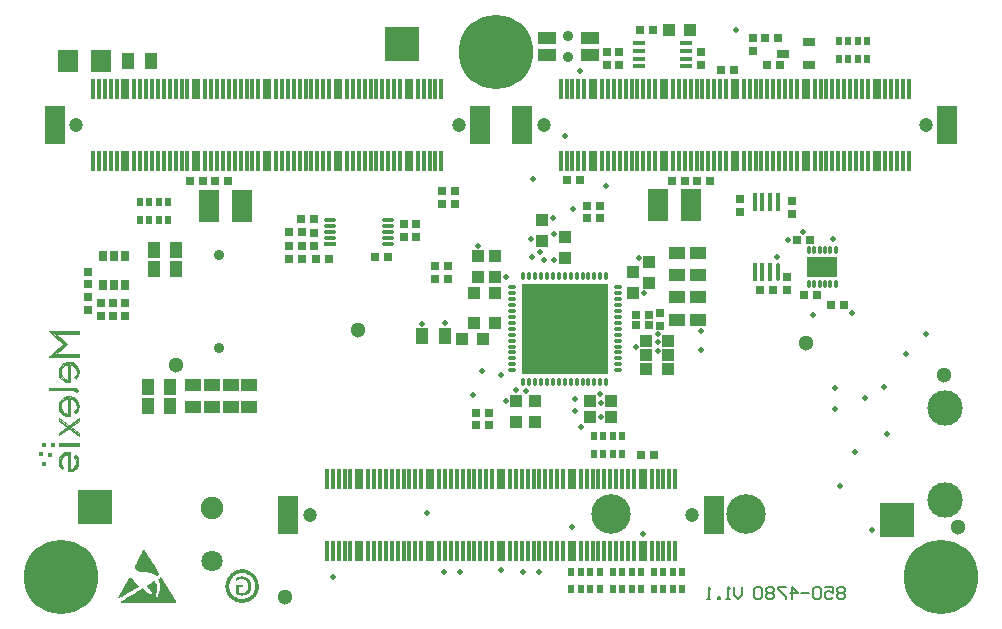
<source format=gbs>
G04 Layer_Color=16711935*
%FSLAX44Y44*%
%MOMM*%
G71*
G01*
G75*
%ADD63C,0.2000*%
%ADD70C,1.2000*%
%ADD76C,1.8000*%
%ADD132R,3.0000X3.0000*%
%ADD134R,1.4000X1.1000*%
%ADD135R,1.1000X1.0000*%
%ADD136R,0.7000X0.7000*%
%ADD137R,1.1000X1.4000*%
%ADD145R,1.7000X1.9000*%
%ADD149R,1.7000X2.8000*%
%ADD150R,0.7000X0.7000*%
%ADD160R,1.0000X1.1000*%
%ADD162R,3.0000X3.0000*%
%ADD182C,1.3000*%
%ADD183C,0.9000*%
%ADD184C,6.3000*%
%ADD185C,3.0000*%
%ADD186C,1.9000*%
%ADD187C,3.3500*%
%ADD188C,0.5000*%
%ADD189C,0.1016*%
%ADD190R,0.3302X0.3302*%
%ADD191R,1.5000X1.1000*%
%ADD192R,0.5500X0.8000*%
%ADD193R,0.8000X1.7000*%
%ADD194R,0.4000X1.7000*%
%ADD195R,1.7000X3.2000*%
%ADD196R,1.0000X0.7500*%
%ADD197O,1.0500X0.4000*%
%ADD198R,1.0500X0.4000*%
%ADD199R,1.1000X0.3500*%
%ADD200O,1.1000X0.3500*%
%ADD201R,0.7000X0.9000*%
%ADD202O,0.3000X0.7000*%
%ADD203R,2.5800X1.6800*%
%ADD204R,0.4000X1.5000*%
%ADD205O,0.4000X1.5000*%
%ADD206O,0.8000X0.3500*%
%ADD207O,0.3500X0.8000*%
%ADD208R,7.3500X7.6000*%
G36*
X87851Y25703D02*
X88434Y24770D01*
X88901Y23953D01*
X89368Y23312D01*
X89776Y22787D01*
X90067Y22379D01*
X90301Y22087D01*
X90417Y21912D01*
X90476Y21854D01*
X93391Y19521D01*
Y18530D01*
X93216Y18413D01*
X92983Y18238D01*
X92633Y18005D01*
X92225Y17772D01*
X91817Y17480D01*
X91292Y17189D01*
X90126Y16547D01*
X88784Y15731D01*
X87326Y14914D01*
X85810Y14098D01*
X84294Y13223D01*
X82778Y12348D01*
X81320Y11590D01*
X79920Y10832D01*
X78753Y10132D01*
X78170Y9840D01*
X77704Y9607D01*
X77296Y9374D01*
X76946Y9141D01*
X76654Y9024D01*
X76421Y8907D01*
X76304Y8791D01*
X76246D01*
X76188Y8907D01*
X76129Y8966D01*
X76013D01*
X85227Y26403D01*
X87851Y25703D01*
D02*
G37*
G36*
X181937Y33343D02*
X182928Y33226D01*
X183920Y32993D01*
X184853Y32759D01*
X185786Y32468D01*
X186602Y32118D01*
X187360Y31710D01*
X188060Y31360D01*
X188702Y30952D01*
X189226Y30543D01*
X189693Y30194D01*
X190101Y29902D01*
X190451Y29669D01*
X190684Y29435D01*
X190801Y29319D01*
X190859Y29260D01*
X191559Y28444D01*
X192201Y27627D01*
X192784Y26811D01*
X193250Y25936D01*
X193659Y25120D01*
X194009Y24245D01*
X194242Y23487D01*
X194475Y22671D01*
X194650Y21971D01*
X194767Y21329D01*
X194883Y20746D01*
X194942Y20221D01*
X195000Y19813D01*
Y19521D01*
Y19288D01*
Y19230D01*
X194942Y18122D01*
X194825Y17072D01*
X194592Y16080D01*
X194359Y15147D01*
X194067Y14273D01*
X193717Y13398D01*
X193309Y12640D01*
X192901Y11940D01*
X192551Y11298D01*
X192142Y10774D01*
X191793Y10307D01*
X191501Y9899D01*
X191268Y9549D01*
X191034Y9316D01*
X190918Y9199D01*
X190859Y9141D01*
X190043Y8441D01*
X189226Y7799D01*
X188410Y7274D01*
X187535Y6808D01*
X186719Y6400D01*
X185844Y6050D01*
X185086Y5758D01*
X184269Y5583D01*
X183570Y5408D01*
X182928Y5292D01*
X182345Y5175D01*
X181820Y5117D01*
X181412Y5058D01*
X180829D01*
X179721Y5117D01*
X178729Y5233D01*
X177738Y5408D01*
X176746Y5700D01*
X175872Y5991D01*
X175055Y6341D01*
X174297Y6750D01*
X173597Y7099D01*
X172956Y7508D01*
X172431Y7858D01*
X171964Y8207D01*
X171556Y8499D01*
X171206Y8791D01*
X170973Y8966D01*
X170856Y9082D01*
X170798Y9141D01*
X170040Y9957D01*
X169457Y10774D01*
X168873Y11590D01*
X168407Y12465D01*
X167999Y13340D01*
X167649Y14156D01*
X167415Y14972D01*
X167182Y15731D01*
X167007Y16489D01*
X166891Y17130D01*
X166774Y17713D01*
X166716Y18238D01*
X166657Y18647D01*
Y18996D01*
Y19171D01*
Y19230D01*
X166716Y20338D01*
X166832Y21329D01*
X167066Y22321D01*
X167299Y23312D01*
X167590Y24187D01*
X167940Y25003D01*
X168349Y25761D01*
X168698Y26461D01*
X169107Y27103D01*
X169515Y27627D01*
X169865Y28094D01*
X170156Y28502D01*
X170390Y28852D01*
X170623Y29086D01*
X170739Y29202D01*
X170798Y29260D01*
X171614Y30019D01*
X172431Y30602D01*
X173247Y31185D01*
X174122Y31651D01*
X174939Y32060D01*
X175813Y32410D01*
X176571Y32643D01*
X177388Y32876D01*
X178088Y33051D01*
X178729Y33168D01*
X179312Y33284D01*
X179837Y33343D01*
X180245Y33401D01*
X180829D01*
X181937Y33343D01*
D02*
G37*
G36*
X98232Y49847D02*
X98407Y49614D01*
X98582Y49322D01*
X98873Y48914D01*
X99165Y48389D01*
X99515Y47864D01*
X99923Y47222D01*
X100390Y46523D01*
X101323Y44948D01*
X102373Y43198D01*
X103539Y41391D01*
X104647Y39466D01*
X105813Y37600D01*
X106921Y35792D01*
X107971Y34101D01*
X108438Y33343D01*
X108846Y32585D01*
X109254Y31943D01*
X109662Y31302D01*
X109954Y30777D01*
X110245Y30368D01*
X110479Y29960D01*
X110654Y29727D01*
X110712Y29552D01*
X110770Y29494D01*
X110479Y29144D01*
X110129Y28794D01*
X109721Y28502D01*
X109312Y28211D01*
X108904Y27919D01*
X108554Y27744D01*
X108263Y27627D01*
X108204Y27569D01*
X107621Y28152D01*
X107038Y28619D01*
X106396Y29027D01*
X105697Y29377D01*
X104297Y29960D01*
X102956Y30310D01*
X101731Y30543D01*
X101206Y30602D01*
X100739Y30660D01*
X100331Y30718D01*
X99806D01*
X98232Y30777D01*
X96832Y30893D01*
X95608Y31127D01*
X94500Y31418D01*
X93566Y31768D01*
X92750Y32118D01*
X92050Y32526D01*
X91467Y32993D01*
X90942Y33401D01*
X90534Y33809D01*
X90242Y34159D01*
X90009Y34509D01*
X89834Y34801D01*
X89717Y35034D01*
X89659Y35151D01*
Y35209D01*
X90301Y36492D01*
X90942Y37717D01*
X91525Y38825D01*
X92050Y39874D01*
X92517Y40866D01*
X92983Y41799D01*
X93450Y42674D01*
X93858Y43432D01*
X94208Y44190D01*
X94558Y44890D01*
X95141Y46056D01*
X95608Y47048D01*
X95957Y47864D01*
X96307Y48506D01*
X96482Y49030D01*
X96657Y49380D01*
X96774Y49614D01*
X96832Y49788D01*
X96890Y49905D01*
Y49963D01*
X98174D01*
X98232Y49847D01*
D02*
G37*
G36*
X125058Y6166D02*
X125000Y5816D01*
X124883Y5525D01*
X124767Y5350D01*
X124592Y5175D01*
X124242Y5058D01*
X78345D01*
Y5875D01*
X78404Y5933D01*
X78579Y6108D01*
X78812Y6283D01*
X79162Y6516D01*
X79570Y6808D01*
X80095Y7099D01*
X80620Y7508D01*
X81261Y7858D01*
X82661Y8732D01*
X84177Y9724D01*
X85810Y10774D01*
X87501Y11823D01*
X89192Y12873D01*
X90825Y13864D01*
X92342Y14856D01*
X93741Y15672D01*
X94325Y16080D01*
X94849Y16372D01*
X95374Y16722D01*
X95782Y16955D01*
X96074Y17130D01*
X96307Y17305D01*
X96482Y17364D01*
X96541Y17422D01*
X97532Y16780D01*
X98407Y16022D01*
X99165Y15322D01*
X99806Y14622D01*
X100331Y13981D01*
X100739Y13456D01*
X101031Y13106D01*
X101089Y13048D01*
Y12990D01*
X104647Y11736D01*
Y13165D01*
X104589Y13514D01*
X104472Y13923D01*
X104414Y14273D01*
X104355Y14331D01*
Y14389D01*
X103597Y15089D01*
X102956Y15789D01*
X102373Y16372D01*
X101848Y16839D01*
X101439Y17305D01*
X101089Y17655D01*
X100798Y18005D01*
X100565Y18297D01*
X100273Y18705D01*
X100098Y18938D01*
X100040Y19055D01*
Y19113D01*
Y19696D01*
X101031Y20046D01*
X102023Y20513D01*
X102956Y21096D01*
X103889Y21737D01*
X104647Y22262D01*
X105288Y22729D01*
X105522Y22962D01*
X105638Y23079D01*
X105755Y23137D01*
X105813Y23195D01*
X106746D01*
X106921Y22671D01*
X107213Y22087D01*
X107621Y21504D01*
X108029Y21038D01*
X108438Y20571D01*
X108787Y20221D01*
X109021Y19929D01*
X109137Y19871D01*
X108904Y19171D01*
X108729Y18588D01*
X108612Y18122D01*
X108496Y17713D01*
Y17364D01*
X108438Y17130D01*
Y17014D01*
Y16955D01*
Y16780D01*
Y16547D01*
X108496Y16255D01*
X108554Y15556D01*
X108612Y15206D01*
X108671Y14914D01*
X108729Y14739D01*
Y14681D01*
X108321Y14214D01*
X108029Y13689D01*
X107854Y13165D01*
X107679Y12698D01*
X107621Y12290D01*
X107563Y11940D01*
Y11648D01*
Y11590D01*
Y11298D01*
X107621Y10774D01*
Y10365D01*
X107679Y10132D01*
X107738Y9899D01*
Y9782D01*
X107796Y9724D01*
X108263D01*
X109254Y10190D01*
X109312Y10249D01*
X109371Y10307D01*
X109429Y10365D01*
X109487D01*
X109895Y12698D01*
X110187Y13573D01*
X110479Y14448D01*
X110654Y15206D01*
X110887Y15964D01*
X111062Y16605D01*
X111179Y17247D01*
X111354Y18238D01*
X111470Y19055D01*
X111587Y19638D01*
Y19988D01*
Y20104D01*
X111354Y20921D01*
X111062Y21737D01*
X110770Y22554D01*
X110479Y23312D01*
X110187Y23953D01*
X109954Y24420D01*
X109779Y24770D01*
X109721Y24887D01*
X109895Y25178D01*
X110187Y25470D01*
X110887Y26053D01*
X111237Y26286D01*
X111529Y26461D01*
X111762Y26578D01*
X111820Y26636D01*
X112520D01*
X125058Y6166D01*
D02*
G37*
%LPC*%
G36*
X181295Y30310D02*
X180829D01*
X179954Y30252D01*
X179196Y30194D01*
X177679Y29785D01*
X176338Y29260D01*
X175172Y28677D01*
X174705Y28386D01*
X174297Y28094D01*
X173889Y27803D01*
X173597Y27569D01*
X173364Y27336D01*
X173131Y27161D01*
X173072Y27103D01*
X173014Y27044D01*
X172431Y26403D01*
X171906Y25761D01*
X171498Y25120D01*
X171148Y24420D01*
X170565Y23137D01*
X170156Y21912D01*
X169923Y20863D01*
X169865Y20396D01*
X169806Y19988D01*
X169748Y19696D01*
Y19405D01*
Y19288D01*
Y19230D01*
X169806Y18355D01*
X169865Y17597D01*
X170273Y16080D01*
X170798Y14739D01*
X171381Y13573D01*
X171673Y13048D01*
X171964Y12640D01*
X172256Y12232D01*
X172489Y11940D01*
X172722Y11707D01*
X172897Y11532D01*
X172956Y11415D01*
X173014Y11357D01*
X173655Y10774D01*
X174297Y10307D01*
X174939Y9899D01*
X175580Y9491D01*
X176921Y8907D01*
X178146Y8557D01*
X179196Y8324D01*
X179662Y8266D01*
X180070Y8207D01*
X180362Y8149D01*
X180829D01*
X181703Y8207D01*
X182461Y8266D01*
X183978Y8674D01*
X185319Y9141D01*
X186486Y9782D01*
X187010Y10074D01*
X187419Y10365D01*
X187827Y10599D01*
X188118Y10832D01*
X188352Y11065D01*
X188527Y11240D01*
X188643Y11298D01*
X188702Y11357D01*
X189285Y11998D01*
X189751Y12640D01*
X190160Y13281D01*
X190568Y13981D01*
X191151Y15264D01*
X191501Y16547D01*
X191734Y17597D01*
X191793Y18063D01*
X191851Y18471D01*
X191909Y18763D01*
Y19055D01*
Y19171D01*
Y19230D01*
X191851Y20046D01*
X191793Y20863D01*
X191384Y22379D01*
X190918Y23720D01*
X190276Y24828D01*
X189985Y25353D01*
X189693Y25761D01*
X189460Y26170D01*
X189226Y26461D01*
X188993Y26694D01*
X188818Y26869D01*
X188760Y26986D01*
X188702Y27044D01*
X188060Y27627D01*
X187419Y28152D01*
X186777Y28561D01*
X186077Y28911D01*
X184794Y29494D01*
X183511Y29902D01*
X182461Y30135D01*
X181995Y30194D01*
X181587Y30252D01*
X181295Y30310D01*
D02*
G37*
%LPD*%
G36*
X181820Y27161D02*
X182403Y27103D01*
X182870Y26986D01*
X183278Y26869D01*
X183628Y26811D01*
X183803Y26694D01*
X183861D01*
X184853Y26228D01*
X185319Y25936D01*
X185669Y25703D01*
X185961Y25470D01*
X186194Y25236D01*
X186311Y25120D01*
X186369Y25062D01*
X187069Y24187D01*
X187594Y23370D01*
X187827Y23020D01*
X187943Y22729D01*
X188002Y22496D01*
X188060Y22437D01*
X188410Y21271D01*
X188527Y20746D01*
X188585Y20221D01*
Y19755D01*
X188643Y19405D01*
Y19171D01*
Y19113D01*
Y18413D01*
X188585Y17830D01*
X188468Y17247D01*
X188352Y16780D01*
X188293Y16372D01*
X188177Y16022D01*
X188118Y15847D01*
Y15789D01*
X187652Y14798D01*
X187360Y14331D01*
X187127Y13981D01*
X186894Y13689D01*
X186719Y13456D01*
X186602Y13340D01*
X186544Y13281D01*
X185669Y12640D01*
X184853Y12115D01*
X184503Y11940D01*
X184211Y11823D01*
X184036Y11707D01*
X183978D01*
X182811Y11357D01*
X182287Y11240D01*
X181762Y11182D01*
X181295D01*
X180945Y11123D01*
X180187D01*
X179779Y11182D01*
X179371D01*
X178904Y11298D01*
X178496Y11357D01*
X178263Y11415D01*
X178146D01*
X177679Y11532D01*
X177271Y11648D01*
X177038Y11765D01*
X176921D01*
X176513Y11940D01*
X176163Y12115D01*
X175930Y12173D01*
X175872Y12232D01*
X175638Y12290D01*
X175522Y12406D01*
X175463Y12465D01*
Y12523D01*
X175347Y12873D01*
Y12990D01*
Y13048D01*
Y19171D01*
X175405Y19521D01*
X175463Y19696D01*
X175522Y19813D01*
X175580Y19871D01*
X175755Y19988D01*
X175930Y20046D01*
X181470D01*
X181528Y19988D01*
X181587Y19871D01*
X181645Y19813D01*
X181703Y19755D01*
Y19638D01*
X181762Y19580D01*
Y19521D01*
Y19230D01*
Y19171D01*
Y19113D01*
Y18763D01*
Y18705D01*
Y18647D01*
X181703Y18413D01*
X181645Y18355D01*
Y18297D01*
X181587Y18180D01*
X181528Y18122D01*
X177854D01*
Y13864D01*
X178321Y13689D01*
X178729Y13514D01*
X179021Y13456D01*
X179079Y13398D01*
X179137D01*
X179662Y13281D01*
X180070Y13223D01*
X180537D01*
X181412Y13281D01*
X182112Y13398D01*
X182345Y13456D01*
X182578Y13514D01*
X182695Y13573D01*
X182753D01*
X183453Y13923D01*
X183978Y14331D01*
X184211Y14506D01*
X184386Y14622D01*
X184444Y14681D01*
X184503Y14739D01*
X184969Y15381D01*
X185319Y16022D01*
X185436Y16255D01*
X185552Y16489D01*
X185611Y16605D01*
Y16664D01*
X185844Y17538D01*
X185961Y18355D01*
X186019Y18705D01*
Y18996D01*
Y19171D01*
Y19230D01*
X185961Y20163D01*
X185902Y20571D01*
X185844Y20979D01*
X185786Y21271D01*
X185727Y21504D01*
X185669Y21621D01*
Y21679D01*
X185319Y22437D01*
X184969Y23020D01*
X184794Y23254D01*
X184678Y23429D01*
X184561Y23487D01*
Y23545D01*
X183978Y24070D01*
X183453Y24420D01*
X183220Y24537D01*
X183045Y24653D01*
X182928Y24712D01*
X182870D01*
X182053Y25003D01*
X181295Y25120D01*
X181004Y25178D01*
X180537D01*
X179721Y25120D01*
X179137Y25062D01*
X178904Y25003D01*
X178729D01*
X178671Y24945D01*
X178612D01*
X178029Y24828D01*
X177621Y24653D01*
X177330Y24537D01*
X177213Y24478D01*
X176805Y24303D01*
X176513Y24187D01*
X176338Y24070D01*
X176280Y24012D01*
X176047Y23895D01*
X175872Y23837D01*
X175813Y23779D01*
X175755D01*
X175638Y23837D01*
X175580D01*
X175463Y23953D01*
Y24012D01*
X175405Y24245D01*
Y24303D01*
Y24362D01*
X175347Y24712D01*
Y24770D01*
Y24828D01*
Y25178D01*
Y25353D01*
X175405Y25470D01*
Y25528D01*
X175522Y25820D01*
X175580Y25936D01*
X175638D01*
X175813Y26053D01*
X175988Y26170D01*
X176163Y26286D01*
X176222D01*
X176513Y26461D01*
X176863Y26636D01*
X177096Y26694D01*
X177155Y26753D01*
X177213D01*
X177738Y26928D01*
X178204Y27044D01*
X178554Y27103D01*
X178729D01*
X179371Y27219D01*
X179954Y27278D01*
X181237D01*
X181820Y27161D01*
D02*
G37*
D63*
X604000Y17997D02*
Y11332D01*
X600668Y8000D01*
X597336Y11332D01*
Y17997D01*
X594003Y8000D02*
X590671D01*
X592337D01*
Y17997D01*
X594003Y16331D01*
X585673Y8000D02*
Y9666D01*
X584007D01*
Y8000D01*
X585673D01*
X577342D02*
X574010D01*
X575676D01*
Y17997D01*
X577342Y16331D01*
X691000D02*
X689334Y17997D01*
X686002D01*
X684335Y16331D01*
Y14664D01*
X686002Y12998D01*
X684335Y11332D01*
Y9666D01*
X686002Y8000D01*
X689334D01*
X691000Y9666D01*
Y11332D01*
X689334Y12998D01*
X691000Y14664D01*
Y16331D01*
X689334Y12998D02*
X686002D01*
X674339Y17997D02*
X681003D01*
Y12998D01*
X677671Y14664D01*
X676005D01*
X674339Y12998D01*
Y9666D01*
X676005Y8000D01*
X679337D01*
X681003Y9666D01*
X671006Y16331D02*
X669340Y17997D01*
X666008D01*
X664342Y16331D01*
Y9666D01*
X666008Y8000D01*
X669340D01*
X671006Y9666D01*
Y16331D01*
X661010Y12998D02*
X654345D01*
X646014Y8000D02*
Y17997D01*
X651013Y12998D01*
X644348D01*
X641016Y17997D02*
X634352D01*
Y16331D01*
X641016Y9666D01*
Y8000D01*
X631019Y16331D02*
X629353Y17997D01*
X626021D01*
X624355Y16331D01*
Y14664D01*
X626021Y12998D01*
X624355Y11332D01*
Y9666D01*
X626021Y8000D01*
X629353D01*
X631019Y9666D01*
Y11332D01*
X629353Y12998D01*
X631019Y14664D01*
Y16331D01*
X629353Y12998D02*
X626021D01*
X621022Y16331D02*
X619356Y17997D01*
X616024D01*
X614358Y16331D01*
Y9666D01*
X616024Y8000D01*
X619356D01*
X621022Y9666D01*
Y16331D01*
D70*
X436000Y409500D02*
D03*
X760000D02*
D03*
X40000D02*
D03*
X364000D02*
D03*
X238000Y79500D02*
D03*
X562000D02*
D03*
D76*
X155000Y40000D02*
D03*
D132*
X316000Y478000D02*
D03*
X735001Y75001D02*
D03*
D134*
X567000Y301500D02*
D03*
Y282500D02*
D03*
X549000Y263500D02*
D03*
Y282500D02*
D03*
Y301500D02*
D03*
Y282500D02*
D03*
Y263500D02*
D03*
Y244500D02*
D03*
X567000Y263500D02*
D03*
Y244500D02*
D03*
Y263500D02*
D03*
Y282500D02*
D03*
X155000Y170500D02*
D03*
Y189500D02*
D03*
X139000Y170500D02*
D03*
Y189500D02*
D03*
X187000Y170500D02*
D03*
Y189500D02*
D03*
X171000Y170500D02*
D03*
Y189500D02*
D03*
D135*
X454000Y297000D02*
D03*
Y315000D02*
D03*
X429000Y176000D02*
D03*
Y158000D02*
D03*
X512000Y267000D02*
D03*
Y285000D02*
D03*
X413000Y158000D02*
D03*
Y176000D02*
D03*
X434500Y329000D02*
D03*
Y311000D02*
D03*
X395000Y281000D02*
D03*
Y299000D02*
D03*
X525500Y293500D02*
D03*
Y275500D02*
D03*
X380500Y299000D02*
D03*
Y281000D02*
D03*
D136*
X535000Y239500D02*
D03*
Y250500D02*
D03*
X71500Y258500D02*
D03*
Y247500D02*
D03*
X50500Y263500D02*
D03*
Y252500D02*
D03*
X61000Y258500D02*
D03*
Y247500D02*
D03*
X82000D02*
D03*
Y258500D02*
D03*
X613000Y483500D02*
D03*
Y472500D02*
D03*
X500000Y471000D02*
D03*
Y460000D02*
D03*
X318000Y325500D02*
D03*
Y314500D02*
D03*
X328000Y314500D02*
D03*
Y325500D02*
D03*
X489500Y460000D02*
D03*
Y471000D02*
D03*
X569000Y460500D02*
D03*
Y471500D02*
D03*
X50500Y285500D02*
D03*
Y274500D02*
D03*
X642500Y270000D02*
D03*
Y281000D02*
D03*
X646500Y334529D02*
D03*
Y345529D02*
D03*
X602500Y347000D02*
D03*
Y336000D02*
D03*
X242000Y318500D02*
D03*
Y307500D02*
D03*
X344000Y290250D02*
D03*
Y279250D02*
D03*
X355000Y290250D02*
D03*
Y279250D02*
D03*
D137*
X352500Y230500D02*
D03*
X333500D02*
D03*
X84500Y464000D02*
D03*
X103500D02*
D03*
X106000Y304000D02*
D03*
X125000D02*
D03*
X106000Y288000D02*
D03*
X125000D02*
D03*
X120000Y187500D02*
D03*
X101000D02*
D03*
X120000Y171500D02*
D03*
X101000D02*
D03*
D145*
X33000Y464000D02*
D03*
X61000D02*
D03*
D149*
X153000Y341000D02*
D03*
X181000D02*
D03*
X561000Y342000D02*
D03*
X533000D02*
D03*
D150*
X136678Y362500D02*
D03*
X147678D02*
D03*
X630500Y269931D02*
D03*
X619500D02*
D03*
X483500Y331000D02*
D03*
X472500D02*
D03*
X483500Y341000D02*
D03*
X472500D02*
D03*
X220500Y307000D02*
D03*
X231500D02*
D03*
X634500Y483500D02*
D03*
X623500D02*
D03*
X467000Y363000D02*
D03*
X456000D02*
D03*
X529000Y490000D02*
D03*
X518000D02*
D03*
X293500Y298000D02*
D03*
X304500D02*
D03*
X514000Y249000D02*
D03*
X525000D02*
D03*
X545000Y362000D02*
D03*
X556000D02*
D03*
X577000D02*
D03*
X566000D02*
D03*
X168678Y362500D02*
D03*
X157678D02*
D03*
X525000Y240000D02*
D03*
X514000D02*
D03*
X361000Y354000D02*
D03*
X350000D02*
D03*
X379000Y165500D02*
D03*
X390000D02*
D03*
X361000Y342500D02*
D03*
X350000D02*
D03*
X636500Y460000D02*
D03*
X625500D02*
D03*
X679500Y256931D02*
D03*
X690500D02*
D03*
X661500Y312000D02*
D03*
X650500D02*
D03*
X667700Y265431D02*
D03*
X656700D02*
D03*
X597500Y456500D02*
D03*
X586500D02*
D03*
X379000Y155500D02*
D03*
X390000D02*
D03*
X230500Y330000D02*
D03*
X241500D02*
D03*
X243500Y296000D02*
D03*
X254500D02*
D03*
X231500D02*
D03*
X220500D02*
D03*
X231500Y319000D02*
D03*
X220500D02*
D03*
X518500Y129999D02*
D03*
X529500D02*
D03*
D160*
X395000Y242000D02*
D03*
X377000D02*
D03*
X395000Y267001D02*
D03*
X377000D02*
D03*
X542000Y490000D02*
D03*
X560000D02*
D03*
X523000Y227000D02*
D03*
X541000D02*
D03*
X367000Y228500D02*
D03*
X385000D02*
D03*
X493000Y176000D02*
D03*
X475000D02*
D03*
X541000Y203000D02*
D03*
X523000D02*
D03*
X493000Y162000D02*
D03*
X475000D02*
D03*
X541000Y215000D02*
D03*
X523000D02*
D03*
D162*
X56000Y86000D02*
D03*
D182*
X658000Y225000D02*
D03*
X125000Y206000D02*
D03*
X775000Y198000D02*
D03*
X217000Y10000D02*
D03*
X787000Y69000D02*
D03*
X279000Y236000D02*
D03*
D183*
X457000Y485000D02*
D03*
Y467000D02*
D03*
X161000Y299250D02*
D03*
Y220750D02*
D03*
D184*
X27500Y27000D02*
D03*
X772500D02*
D03*
X395500Y471000D02*
D03*
D185*
X776000Y92150D02*
D03*
Y169850D02*
D03*
D186*
X155000Y85000D02*
D03*
D187*
X492850Y80000D02*
D03*
X607150D02*
D03*
D188*
X333500Y241000D02*
D03*
X352499Y241500D02*
D03*
X413000Y185000D02*
D03*
X516499Y296999D02*
D03*
X521000Y267000D02*
D03*
X404499Y280999D02*
D03*
X380500Y307500D02*
D03*
X425499Y312999D02*
D03*
X444499Y316999D02*
D03*
X443999Y330999D02*
D03*
X432749Y301856D02*
D03*
X444499Y294999D02*
D03*
X436500Y295000D02*
D03*
X403999Y175500D02*
D03*
X421000Y184000D02*
D03*
X697500Y250500D02*
D03*
X663999Y249000D02*
D03*
X663110Y289050D02*
D03*
X655999Y318999D02*
D03*
X680999Y312999D02*
D03*
X642999Y311999D02*
D03*
X714500Y67000D02*
D03*
X599000Y490000D02*
D03*
X467000Y455000D02*
D03*
X727000Y148000D02*
D03*
X461000Y338000D02*
D03*
X427000Y364000D02*
D03*
X453999Y399999D02*
D03*
X488750Y357750D02*
D03*
X687000Y104000D02*
D03*
X680890Y289050D02*
D03*
X473500Y256500D02*
D03*
X460500Y243500D02*
D03*
Y269500D02*
D03*
X486500D02*
D03*
Y243500D02*
D03*
X473500Y217500D02*
D03*
X460500Y230500D02*
D03*
Y204500D02*
D03*
X486500D02*
D03*
Y230500D02*
D03*
X421500Y243500D02*
D03*
Y269500D02*
D03*
X447500D02*
D03*
Y243500D02*
D03*
X434500Y256500D02*
D03*
X421500Y230500D02*
D03*
X447500D02*
D03*
X434500Y217500D02*
D03*
X425999Y297999D02*
D03*
X683000Y187000D02*
D03*
Y169000D02*
D03*
X708000Y178000D02*
D03*
X723999Y188000D02*
D03*
X700000Y133000D02*
D03*
X743000Y216000D02*
D03*
X759500Y232500D02*
D03*
X633999Y297999D02*
D03*
X400000Y33000D02*
D03*
X459999Y69000D02*
D03*
X418999Y31000D02*
D03*
X431999D02*
D03*
X520000Y63000D02*
D03*
X513999Y222000D02*
D03*
X532500Y232500D02*
D03*
Y225500D02*
D03*
Y218500D02*
D03*
X484500Y162000D02*
D03*
Y174000D02*
D03*
X484000Y182000D02*
D03*
X375999Y181000D02*
D03*
X569050Y218950D02*
D03*
Y234950D02*
D03*
X257500Y27000D02*
D03*
X337500Y81000D02*
D03*
X352000Y31000D02*
D03*
X364999Y31500D02*
D03*
X421500Y204500D02*
D03*
X400000Y198000D02*
D03*
X383500Y201500D02*
D03*
X447500Y204500D02*
D03*
X467499Y153500D02*
D03*
X463000Y167000D02*
D03*
X462999Y177749D02*
D03*
D189*
X42398Y232850D02*
Y233612D01*
X22840Y232850D02*
X42398D01*
X22840Y232342D02*
Y232850D01*
Y232342D02*
X23094Y232088D01*
X30460Y224214D01*
X22840Y215324D02*
X30460Y224214D01*
X22840Y215324D02*
X32238Y223960D01*
X32746Y224214D01*
X23602Y232342D02*
X32746Y224214D01*
X23348Y232342D02*
X23602D01*
X22332Y232850D02*
X23348Y232342D01*
X22332Y232850D02*
X22586Y233104D01*
X31984Y224214D01*
X22078Y215070D02*
X31984Y224214D01*
X22078Y215070D02*
X42144D01*
Y214562D02*
Y215070D01*
Y214562D02*
X42398D01*
Y215324D01*
X20554D02*
X42398D01*
X20554Y214562D02*
Y215324D01*
Y214562D02*
X31222Y224214D01*
X21570Y233104D02*
X31222Y224214D01*
X21570Y233104D02*
Y233358D01*
X20554D02*
X21570D01*
X20554Y233104D02*
Y233358D01*
Y233104D02*
X42398D01*
Y233866D01*
X41890D02*
X42398D01*
X41890D02*
Y234628D01*
X42398D01*
Y233866D02*
Y234628D01*
X19284Y233866D02*
X42398D01*
X19284D02*
Y234120D01*
X30206Y224214D01*
X19538Y214562D02*
X30206Y224214D01*
X19538Y214562D02*
X42398D01*
Y213800D02*
Y214562D01*
X17760Y213800D02*
X42398D01*
X17760D02*
X29444Y224214D01*
X17760Y234628D02*
X29444Y224214D01*
X17760Y234628D02*
X42398D01*
X36556Y178748D02*
X36810Y178494D01*
X37826Y177732D01*
X38588Y177224D01*
X38842Y176716D01*
X39604Y175954D01*
X40366Y174938D01*
X40874Y173668D01*
X41128Y172398D01*
X40874Y169604D02*
X41128Y172398D01*
X40112Y167572D02*
X40874Y169604D01*
X39350Y166810D02*
X40112Y167572D01*
X39350Y166810D02*
X39858Y166302D01*
X40366Y166810D01*
X40874Y167826D01*
X41128Y168842D01*
X41636Y169604D01*
Y172652D01*
X41382Y173414D02*
X41636Y172652D01*
X41128Y174430D02*
X41382Y173414D01*
X40366Y175700D02*
X41128Y174430D01*
X39350Y177224D02*
X40366Y175700D01*
X38334Y177986D02*
X39350Y177224D01*
X38334Y177986D02*
Y178240D01*
X37572Y178748D02*
X38334Y178240D01*
X37318Y177732D02*
X37572Y178748D01*
X36556D02*
X37318Y177732D01*
X35794Y179256D02*
X36556Y178748D01*
X35540Y179002D02*
X35794Y179256D01*
X35540Y179002D02*
X36810Y177732D01*
X34778Y178748D02*
X35540Y178240D01*
X33254Y179002D02*
X34778Y178748D01*
X31730Y179002D02*
X33254D01*
X30714Y178494D02*
X31730Y179002D01*
X29444Y177986D02*
X30714Y178494D01*
X28428Y177224D02*
X29444Y177986D01*
X27920Y176462D02*
X28428Y177224D01*
X26904Y175446D02*
X27920Y176462D01*
X26650Y174176D02*
X26904Y175446D01*
X26142Y172652D02*
X26650Y174176D01*
X26142Y169096D02*
Y172652D01*
Y169096D02*
X26650Y168588D01*
X27158Y167318D01*
X27920Y166556D01*
X29190Y165032D01*
X29698Y164778D01*
X30968Y164270D01*
X31984Y163762D01*
X33000Y163508D01*
X33762Y163762D01*
X33254Y164270D02*
X33762Y163762D01*
X32746Y164270D02*
X33254D01*
X31476Y164524D02*
X32746Y164270D01*
X29444Y165540D02*
X31476Y164524D01*
X28682Y166048D02*
X29444Y165540D01*
X27666Y167318D02*
X28682Y166048D01*
X27158Y168334D02*
X27666Y167318D01*
X26650Y169604D02*
X27158Y168334D01*
X26396Y170874D02*
X26650Y169604D01*
X26396Y170874D02*
Y172144D01*
X26650Y172906D01*
X26904Y174430D01*
X27666Y175192D01*
X28174Y176208D01*
X28936Y176716D01*
X29952Y177478D01*
X31476Y178240D01*
X32746Y178494D01*
X33762Y178240D01*
X34524Y177478D01*
Y177986D01*
X34016D02*
X34524D01*
X34016Y165540D02*
Y177986D01*
Y165540D02*
X34270Y165286D01*
Y164016D02*
Y165286D01*
X33762Y164778D02*
X34270Y164016D01*
X33254Y165286D02*
X33762Y164778D01*
X33254Y165286D02*
Y177732D01*
X32746D02*
X33254D01*
X31730Y177478D02*
X32746Y177732D01*
X29190Y176208D02*
X31730Y177478D01*
X28428Y175192D02*
X29190Y176208D01*
X27666Y174430D02*
X28428Y175192D01*
X27412Y173160D02*
X27666Y174430D01*
X27158Y172144D02*
X27412Y173160D01*
X27158Y169858D02*
Y172144D01*
Y169858D02*
X28174Y167826D01*
X28936Y166810D01*
X29698Y166048D01*
X30968Y165286D01*
X32238Y165032D01*
X33254D01*
X34016Y163762D01*
X34778Y163000D01*
Y176970D01*
X35032Y177732D01*
X35794D01*
X36810Y177478D01*
X37318Y176970D01*
X37064Y177478D02*
X37318Y176970D01*
X37064Y177478D02*
X38842Y175700D01*
X39604Y174684D01*
X40112Y173922D01*
Y174176D01*
X40366Y172906D01*
X40620Y171890D01*
Y169858D02*
Y171890D01*
X40366Y168842D02*
X40620Y169858D01*
X39604Y167826D02*
X40366Y168842D01*
X38588Y166810D02*
X39604Y167826D01*
X38588Y166810D02*
X39858Y165540D01*
X40366Y166048D01*
X40874Y166810D01*
X41636Y168080D01*
X42144Y169604D01*
X42398Y170874D01*
Y172398D01*
X42144Y173668D02*
X42398Y172398D01*
X41636Y174684D02*
X42144Y173668D01*
X40874Y175954D02*
X41636Y174684D01*
X39858Y177478D02*
X40874Y175954D01*
X38080Y179002D02*
X39858Y177478D01*
X36556Y179510D02*
X38080Y179002D01*
X35540Y179764D02*
X36556Y179510D01*
X32492Y179764D02*
X35540D01*
X30714Y179256D02*
X32492Y179764D01*
X29444Y178748D02*
X30714Y179256D01*
X28174Y177732D02*
X29444Y178748D01*
X26650Y175700D02*
X28174Y177732D01*
X26142Y174684D02*
X26650Y175700D01*
X25888Y173414D02*
X26142Y174684D01*
X25634Y172398D02*
X25888Y173414D01*
X25634Y169350D02*
Y172398D01*
Y169350D02*
X26142Y167826D01*
X26904Y166556D01*
X29190Y164270D01*
X30206Y163762D01*
X31476Y163254D01*
X33000Y163000D01*
X34778D01*
X36556Y207704D02*
X36810Y207450D01*
X37826Y206688D01*
X38588Y206180D01*
X38842Y205672D01*
X39604Y204910D01*
X40366Y203894D01*
X40874Y202624D01*
X41128Y201354D01*
X40874Y198560D02*
X41128Y201354D01*
X40112Y196528D02*
X40874Y198560D01*
X39350Y195766D02*
X40112Y196528D01*
X39350Y195766D02*
X39858Y195258D01*
X40366Y195766D01*
X40874Y196782D01*
X41128Y197798D01*
X41636Y198560D01*
Y201608D01*
X41382Y202370D02*
X41636Y201608D01*
X41128Y203386D02*
X41382Y202370D01*
X40366Y204656D02*
X41128Y203386D01*
X39350Y206180D02*
X40366Y204656D01*
X38334Y206942D02*
X39350Y206180D01*
X38334Y206942D02*
Y207196D01*
X37572Y207704D02*
X38334Y207196D01*
X37318Y206688D02*
X37572Y207704D01*
X36556D02*
X37318Y206688D01*
X35794Y208212D02*
X36556Y207704D01*
X35540Y207958D02*
X35794Y208212D01*
X35540Y207958D02*
X36810Y206688D01*
X35540Y207196D02*
X36810Y206688D01*
X34778Y207704D02*
X35540Y207196D01*
X33254Y207958D02*
X34778Y207704D01*
X31730Y207958D02*
X33254D01*
X30714Y207450D02*
X31730Y207958D01*
X29444Y206942D02*
X30714Y207450D01*
X28428Y206180D02*
X29444Y206942D01*
X27920Y205418D02*
X28428Y206180D01*
X26904Y204402D02*
X27920Y205418D01*
X26650Y203132D02*
X26904Y204402D01*
X26142Y201608D02*
X26650Y203132D01*
X26142Y198052D02*
Y201608D01*
Y198052D02*
X26650Y197544D01*
X27158Y196274D01*
X27920Y195512D01*
X29190Y193988D01*
X29698Y193734D01*
X30968Y193226D01*
X31984Y192718D01*
X33000Y192464D01*
X33762Y192718D01*
X33254Y193226D02*
X33762Y192718D01*
X32746Y193226D02*
X33254D01*
X31476Y193480D02*
X32746Y193226D01*
X29444Y194496D02*
X31476Y193480D01*
X28682Y195004D02*
X29444Y194496D01*
X27666Y196274D02*
X28682Y195004D01*
X27158Y197290D02*
X27666Y196274D01*
X26650Y198560D02*
X27158Y197290D01*
X26396Y199830D02*
X26650Y198560D01*
X26396Y199830D02*
Y201100D01*
X26650Y201862D01*
X26904Y203386D01*
X27666Y204148D01*
X28174Y205164D01*
X28936Y205672D01*
X29952Y206434D01*
X31476Y207196D01*
X32746Y207450D01*
X33762Y207196D01*
X34524Y206434D01*
Y206942D01*
X34016D02*
X34524D01*
X34016Y194496D02*
Y206942D01*
Y194496D02*
X34270Y194242D01*
Y192972D02*
Y194242D01*
X33762Y193734D02*
X34270Y192972D01*
X33254Y194242D02*
X33762Y193734D01*
X33254Y194242D02*
Y206688D01*
X32746D02*
X33254D01*
X31730Y206434D02*
X32746Y206688D01*
X29190Y205164D02*
X31730Y206434D01*
X28428Y204148D02*
X29190Y205164D01*
X27666Y203386D02*
X28428Y204148D01*
X27412Y202116D02*
X27666Y203386D01*
X27158Y201100D02*
X27412Y202116D01*
X27158Y198814D02*
Y201100D01*
Y198814D02*
X28174Y196782D01*
X28936Y195766D01*
X29698Y195004D01*
X30968Y194242D01*
X32238Y193988D01*
X33254D01*
X34016Y192718D01*
X34778Y191956D01*
Y205926D01*
X35032Y206688D01*
X35794D01*
X36810Y206434D01*
X37318Y205926D01*
X37064Y206434D02*
X37318Y205926D01*
X37064Y206434D02*
X38842Y204656D01*
X39604Y203640D01*
X40112Y202878D01*
Y203132D01*
X40366Y201862D01*
X40620Y200846D01*
Y198814D02*
Y200846D01*
X40366Y197798D02*
X40620Y198814D01*
X39604Y196782D02*
X40366Y197798D01*
X38588Y195766D02*
X39604Y196782D01*
X38588Y195766D02*
X39858Y194496D01*
X40366Y195004D01*
X40874Y195766D01*
X41636Y197036D01*
X42144Y198560D01*
X42398Y199830D01*
Y201354D01*
X42144Y202624D02*
X42398Y201354D01*
X41636Y203640D02*
X42144Y202624D01*
X40874Y204910D02*
X41636Y203640D01*
X39858Y206434D02*
X40874Y204910D01*
X38080Y207958D02*
X39858Y206434D01*
X36556Y208466D02*
X38080Y207958D01*
X35540Y208720D02*
X36556Y208466D01*
X32492Y208720D02*
X35540D01*
X30714Y208212D02*
X32492Y208720D01*
X29444Y207704D02*
X30714Y208212D01*
X28174Y206688D02*
X29444Y207704D01*
X26650Y204656D02*
X28174Y206688D01*
X26142Y203640D02*
X26650Y204656D01*
X25888Y202370D02*
X26142Y203640D01*
X25634Y201354D02*
X25888Y202370D01*
X25634Y198306D02*
Y201354D01*
Y198306D02*
X26142Y196782D01*
X26904Y195512D01*
X29190Y193226D01*
X30206Y192718D01*
X31476Y192210D01*
X33000Y191956D01*
X34778D01*
X41128Y184844D02*
X41636Y184590D01*
X40366Y185352D02*
X41128Y184844D01*
X39350Y185860D02*
X40366Y185352D01*
X38588Y186368D02*
X39350Y185860D01*
X18014D02*
Y186368D01*
X37826Y185860D02*
X38588Y185606D01*
X39604Y185098D01*
X41128Y184082D01*
X40620Y183574D02*
X41128Y184082D01*
X40620Y183574D02*
X41128Y183320D01*
X42144Y184844D01*
X40874Y185860D02*
X42144Y184844D01*
X39604Y186622D02*
X40874Y185860D01*
X38588Y186876D02*
X39604Y186622D01*
X17252Y185098D02*
Y186876D01*
Y185098D02*
X37826D01*
X39350Y184336D01*
X41128Y183320D01*
X25888Y147506D02*
X41890Y159444D01*
X25888Y147506D02*
Y148268D01*
X41890Y160206D01*
X42398Y161222D01*
Y158936D02*
Y161222D01*
X25634Y146744D02*
X42398Y158936D01*
X25634Y146744D02*
Y149030D01*
X42398Y161222D01*
X25888Y159444D02*
X42398Y146998D01*
X42144Y148014D02*
X42398Y146998D01*
X26142Y159952D02*
X42144Y148014D01*
X25634Y161222D02*
X26142Y159952D01*
X25634Y158936D02*
Y161222D01*
Y158936D02*
X42652Y146236D01*
Y148522D01*
X25634Y161222D02*
X42652Y148522D01*
X25888Y138870D02*
X42144D01*
Y139632D01*
X42398D01*
Y138108D02*
Y139632D01*
X25634Y138108D02*
X42398D01*
X25634D02*
Y139632D01*
X42398D01*
X34270Y118550D02*
Y132012D01*
Y118550D02*
X34524Y117026D01*
X34016Y117534D02*
X34524Y117026D01*
X34016Y117534D02*
X34778Y117788D01*
X36048D01*
X37826Y118550D01*
X38588Y119058D01*
Y118296D02*
Y119058D01*
X36810Y118042D02*
X38588Y118296D01*
X36810Y118042D02*
X37572Y118296D01*
X38334Y118804D01*
X39096Y119820D01*
X39858Y121090D01*
X40366Y122360D01*
X40874Y124900D01*
X40620Y126678D02*
X40874Y124900D01*
X39350Y128456D02*
X40620Y126678D01*
X39350Y128456D02*
X40112Y127948D01*
X39350Y128710D02*
X40112Y127948D01*
X39096Y129218D02*
X39350Y128710D01*
X39096Y129218D02*
X40112D01*
X41128Y127186D01*
X41636Y124900D01*
X41382Y123122D02*
X41636Y124900D01*
X40620Y120582D02*
X41382Y123122D01*
X39350Y118804D02*
X40620Y120582D01*
X37572Y117534D02*
X39350Y118804D01*
X35032Y116518D02*
X37572Y117534D01*
X34524Y116772D02*
X35032Y116518D01*
X34524Y116772D02*
X35286Y117026D01*
X37064Y117280D01*
X36048Y117026D02*
X37064Y117280D01*
X35286D02*
X36048Y117026D01*
X34524Y116772D02*
X35286Y117280D01*
X33762Y116518D02*
X34524Y116772D01*
X33762Y116518D02*
Y130488D01*
X34270Y130996D01*
X33000D02*
X34270D01*
X33000D02*
X34524Y131758D01*
X33254Y131504D02*
X34524Y131758D01*
X32238Y131250D02*
X33254Y131504D01*
X30968Y130996D02*
X32238Y131250D01*
X30968Y130996D02*
X31984D01*
X31476Y131504D02*
X31984Y130996D01*
X30460D02*
X31476Y131504D01*
X29444Y129980D02*
X30460Y130996D01*
X28682Y128964D02*
X29444Y129980D01*
X28682Y128964D02*
X29698Y129980D01*
X29952Y130742D01*
X28682Y129980D02*
X29952Y130742D01*
X28428Y128964D02*
X28682Y129980D01*
X27158Y127186D02*
X28428Y128964D01*
X26650Y124646D02*
X27158Y127186D01*
X26650Y124646D02*
X26904Y122360D01*
X27158Y121344D01*
X27920Y120074D01*
X28428Y119312D01*
X27920Y118804D02*
X28428Y119312D01*
X27412Y119566D02*
X27920Y118804D01*
X26904Y120582D02*
X27412Y119566D01*
X26396Y122614D02*
X26904Y120582D01*
X26396Y122614D02*
Y126932D01*
X27920Y129472D01*
X28428Y130488D01*
X29952Y131504D01*
X32492Y132012D01*
X34270Y132266D01*
X35032Y132774D01*
Y118550D02*
Y132774D01*
Y118550D02*
X36556D01*
X37572Y119058D01*
X38334Y119566D01*
X38842Y120328D01*
X39350Y121344D01*
X39858Y122614D01*
X40112Y123630D01*
Y125662D01*
X39604Y126932D02*
X40112Y125662D01*
X38842Y128202D02*
X39604Y126932D01*
X38334Y128964D02*
X38842Y128202D01*
X38334Y128964D02*
X40112Y130488D01*
X40874Y129472D01*
X41636Y127440D01*
X42144Y125916D01*
Y123122D02*
Y125916D01*
X41636Y121598D02*
X42144Y123122D01*
X40620Y119312D02*
X41636Y121598D01*
X39350Y118042D02*
X40620Y119312D01*
X37826Y116772D02*
X39350Y118042D01*
X36048Y116264D02*
X37826Y116772D01*
X33254Y116264D02*
X36048D01*
X33254D02*
Y130488D01*
X31984D02*
X33254D01*
X30968Y130234D02*
X31984Y130488D01*
X29698Y129472D02*
X30968Y130234D01*
X28428Y128202D02*
X29698Y129472D01*
X27920Y126932D02*
X28428Y128202D01*
X27412Y125916D02*
X27920Y126932D01*
X27412Y123122D02*
Y125916D01*
Y123122D02*
X27666Y122106D01*
X28174Y120836D01*
X29190Y119312D01*
X27920Y118042D02*
X29190Y119312D01*
X27158Y119058D02*
X27920Y118042D01*
X26396Y120328D02*
X27158Y119058D01*
X25888Y121852D02*
X26396Y120328D01*
X25634Y123122D02*
X25888Y121852D01*
X25634Y123122D02*
Y125916D01*
X25888Y127186D01*
X26904Y129218D01*
X27920Y130488D01*
X28936Y131504D01*
X30460Y132266D01*
X33000Y132774D01*
X35032D01*
X17506Y234882D02*
X17760Y234628D01*
X17506Y234882D02*
X42398D01*
Y234120D02*
Y234882D01*
X17506Y213292D02*
Y213546D01*
Y213292D02*
X42398D01*
Y214562D01*
Y137854D02*
Y138870D01*
X25634Y137854D02*
X42398D01*
X25634D02*
Y139886D01*
X42398D01*
Y139378D02*
Y139886D01*
X18014Y186368D02*
X38588D01*
X17252Y186876D02*
X38588D01*
X35540Y178240D02*
X36810Y177732D01*
X18014Y185860D02*
X37826D01*
X42398Y139378D02*
Y139886D01*
X25634D02*
X42398D01*
X25634Y137854D02*
Y139886D01*
Y137854D02*
X42398D01*
Y138870D01*
Y213292D02*
Y214562D01*
X17506Y213292D02*
X42398D01*
X17506D02*
Y213546D01*
X42398Y234120D02*
Y234882D01*
X17506D02*
X42398D01*
X17506D02*
X17760Y234628D01*
X33000Y132774D02*
X35032D01*
X30460Y132266D02*
X33000Y132774D01*
X28936Y131504D02*
X30460Y132266D01*
X27920Y130488D02*
X28936Y131504D01*
X26904Y129218D02*
X27920Y130488D01*
X25888Y127186D02*
X26904Y129218D01*
X25634Y125916D02*
X25888Y127186D01*
X25634Y123122D02*
Y125916D01*
Y123122D02*
X25888Y121852D01*
X26396Y120328D01*
X27158Y119058D01*
X27920Y118042D01*
X29190Y119312D01*
X28174Y120836D02*
X29190Y119312D01*
X27666Y122106D02*
X28174Y120836D01*
X27412Y123122D02*
X27666Y122106D01*
X27412Y123122D02*
Y125916D01*
X27920Y126932D01*
X28428Y128202D01*
X29698Y129472D01*
X30968Y130234D01*
X31984Y130488D01*
X33254D01*
Y116264D02*
Y130488D01*
Y116264D02*
X36048D01*
X37826Y116772D01*
X39350Y118042D01*
X40620Y119312D01*
X41636Y121598D01*
X42144Y123122D01*
Y125916D01*
X41636Y127440D02*
X42144Y125916D01*
X40874Y129472D02*
X41636Y127440D01*
X40112Y130488D02*
X40874Y129472D01*
X38334Y128964D02*
X40112Y130488D01*
X38334Y128964D02*
X38842Y128202D01*
X39604Y126932D01*
X40112Y125662D01*
Y123630D02*
Y125662D01*
X39858Y122614D02*
X40112Y123630D01*
X39350Y121344D02*
X39858Y122614D01*
X38842Y120328D02*
X39350Y121344D01*
X38334Y119566D02*
X38842Y120328D01*
X37572Y119058D02*
X38334Y119566D01*
X36556Y118550D02*
X37572Y119058D01*
X35032Y118550D02*
X36556D01*
X35032D02*
Y132774D01*
X34270Y132266D02*
X35032Y132774D01*
X32492Y132012D02*
X34270Y132266D01*
X29952Y131504D02*
X32492Y132012D01*
X28428Y130488D02*
X29952Y131504D01*
X27920Y129472D02*
X28428Y130488D01*
X26396Y126932D02*
X27920Y129472D01*
X26396Y122614D02*
Y126932D01*
Y122614D02*
X26904Y120582D01*
X27412Y119566D01*
X27920Y118804D01*
X28428Y119312D01*
X27920Y120074D02*
X28428Y119312D01*
X27158Y121344D02*
X27920Y120074D01*
X26904Y122360D02*
X27158Y121344D01*
X26650Y124646D02*
X26904Y122360D01*
X26650Y124646D02*
X27158Y127186D01*
X28428Y128964D01*
X28682Y129980D01*
X29952Y130742D01*
X29698Y129980D02*
X29952Y130742D01*
X28682Y128964D02*
X29698Y129980D01*
X28682Y128964D02*
X29444Y129980D01*
X30460Y130996D01*
X31476Y131504D01*
X31984Y130996D01*
X30968D02*
X31984D01*
X30968D02*
X32238Y131250D01*
X33254Y131504D01*
X34524Y131758D01*
X33000Y130996D02*
X34524Y131758D01*
X33000Y130996D02*
X34270D01*
X33762Y130488D02*
X34270Y130996D01*
X33762Y116518D02*
Y130488D01*
Y116518D02*
X34524Y116772D01*
X35286Y117280D01*
X36048Y117026D01*
X37064Y117280D01*
X35286Y117026D02*
X37064Y117280D01*
X34524Y116772D02*
X35286Y117026D01*
X34524Y116772D02*
X35032Y116518D01*
X37572Y117534D01*
X39350Y118804D01*
X40620Y120582D01*
X41382Y123122D01*
X41636Y124900D01*
X41128Y127186D02*
X41636Y124900D01*
X40112Y129218D02*
X41128Y127186D01*
X39096Y129218D02*
X40112D01*
X39096D02*
X39350Y128710D01*
X40112Y127948D01*
X39350Y128456D02*
X40112Y127948D01*
X39350Y128456D02*
X40620Y126678D01*
X40874Y124900D01*
X40366Y122360D02*
X40874Y124900D01*
X39858Y121090D02*
X40366Y122360D01*
X39096Y119820D02*
X39858Y121090D01*
X38334Y118804D02*
X39096Y119820D01*
X37572Y118296D02*
X38334Y118804D01*
X36810Y118042D02*
X37572Y118296D01*
X36810Y118042D02*
X38588Y118296D01*
Y119058D01*
X37826Y118550D02*
X38588Y119058D01*
X36048Y117788D02*
X37826Y118550D01*
X34778Y117788D02*
X36048D01*
X34016Y117534D02*
X34778Y117788D01*
X34016Y117534D02*
X34524Y117026D01*
X34270Y118550D02*
X34524Y117026D01*
X34270Y118550D02*
Y132012D01*
X25634Y139632D02*
X42398D01*
X25634Y138108D02*
Y139632D01*
Y138108D02*
X42398D01*
Y139632D01*
X42144D02*
X42398D01*
X42144Y138870D02*
Y139632D01*
X25888Y138870D02*
X42144D01*
X25634Y161222D02*
X42652Y148522D01*
Y146236D02*
Y148522D01*
X25634Y158936D02*
X42652Y146236D01*
X25634Y158936D02*
Y161222D01*
X26142Y159952D01*
X42144Y148014D01*
X42398Y146998D01*
X25888Y159444D02*
X42398Y146998D01*
X25634Y149030D02*
X42398Y161222D01*
X25634Y146744D02*
Y149030D01*
Y146744D02*
X42398Y158936D01*
Y161222D01*
X41890Y160206D02*
X42398Y161222D01*
X25888Y148268D02*
X41890Y160206D01*
X25888Y147506D02*
Y148268D01*
Y147506D02*
X41890Y159444D01*
X39350Y184336D02*
X41128Y183320D01*
X37826Y185098D02*
X39350Y184336D01*
X17252Y185098D02*
X37826D01*
X17252D02*
Y186876D01*
X38588D01*
X39604Y186622D01*
X40874Y185860D01*
X42144Y184844D01*
X41128Y183320D02*
X42144Y184844D01*
X40620Y183574D02*
X41128Y183320D01*
X40620Y183574D02*
X41128Y184082D01*
X39604Y185098D02*
X41128Y184082D01*
X38588Y185606D02*
X39604Y185098D01*
X37826Y185860D02*
X38588Y185606D01*
X18014Y185860D02*
X37826D01*
X18014D02*
Y186368D01*
X38588D01*
X39350Y185860D01*
X40366Y185352D01*
X41128Y184844D01*
X41636Y184590D01*
X33000Y191956D02*
X34778D01*
X31476Y192210D02*
X33000Y191956D01*
X30206Y192718D02*
X31476Y192210D01*
X29190Y193226D02*
X30206Y192718D01*
X26904Y195512D02*
X29190Y193226D01*
X26142Y196782D02*
X26904Y195512D01*
X25634Y198306D02*
X26142Y196782D01*
X25634Y198306D02*
Y201354D01*
X25888Y202370D01*
X26142Y203640D01*
X26650Y204656D01*
X28174Y206688D01*
X29444Y207704D01*
X30714Y208212D01*
X32492Y208720D01*
X35540D01*
X36556Y208466D01*
X38080Y207958D01*
X39858Y206434D01*
X40874Y204910D01*
X41636Y203640D01*
X42144Y202624D01*
X42398Y201354D01*
Y199830D02*
Y201354D01*
X42144Y198560D02*
X42398Y199830D01*
X41636Y197036D02*
X42144Y198560D01*
X40874Y195766D02*
X41636Y197036D01*
X40366Y195004D02*
X40874Y195766D01*
X39858Y194496D02*
X40366Y195004D01*
X38588Y195766D02*
X39858Y194496D01*
X38588Y195766D02*
X39604Y196782D01*
X40366Y197798D01*
X40620Y198814D01*
Y200846D01*
X40366Y201862D02*
X40620Y200846D01*
X40112Y203132D02*
X40366Y201862D01*
X40112Y202878D02*
Y203132D01*
X39604Y203640D02*
X40112Y202878D01*
X38842Y204656D02*
X39604Y203640D01*
X37064Y206434D02*
X38842Y204656D01*
X37064Y206434D02*
X37318Y205926D01*
X36810Y206434D02*
X37318Y205926D01*
X35794Y206688D02*
X36810Y206434D01*
X35032Y206688D02*
X35794D01*
X34778Y205926D02*
X35032Y206688D01*
X34778Y191956D02*
Y205926D01*
X34016Y192718D02*
X34778Y191956D01*
X33254Y193988D02*
X34016Y192718D01*
X32238Y193988D02*
X33254D01*
X30968Y194242D02*
X32238Y193988D01*
X29698Y195004D02*
X30968Y194242D01*
X28936Y195766D02*
X29698Y195004D01*
X28174Y196782D02*
X28936Y195766D01*
X27158Y198814D02*
X28174Y196782D01*
X27158Y198814D02*
Y201100D01*
X27412Y202116D01*
X27666Y203386D01*
X28428Y204148D01*
X29190Y205164D01*
X31730Y206434D01*
X32746Y206688D01*
X33254D01*
Y194242D02*
Y206688D01*
Y194242D02*
X33762Y193734D01*
X34270Y192972D01*
Y194242D01*
X34016Y194496D02*
X34270Y194242D01*
X34016Y194496D02*
Y206942D01*
X34524D01*
Y206434D02*
Y206942D01*
X33762Y207196D02*
X34524Y206434D01*
X32746Y207450D02*
X33762Y207196D01*
X31476D02*
X32746Y207450D01*
X29952Y206434D02*
X31476Y207196D01*
X28936Y205672D02*
X29952Y206434D01*
X28174Y205164D02*
X28936Y205672D01*
X27666Y204148D02*
X28174Y205164D01*
X26904Y203386D02*
X27666Y204148D01*
X26650Y201862D02*
X26904Y203386D01*
X26396Y201100D02*
X26650Y201862D01*
X26396Y199830D02*
Y201100D01*
Y199830D02*
X26650Y198560D01*
X27158Y197290D01*
X27666Y196274D01*
X28682Y195004D01*
X29444Y194496D01*
X31476Y193480D01*
X32746Y193226D01*
X33254D01*
X33762Y192718D01*
X33000Y192464D02*
X33762Y192718D01*
X31984D02*
X33000Y192464D01*
X30968Y193226D02*
X31984Y192718D01*
X29698Y193734D02*
X30968Y193226D01*
X29190Y193988D02*
X29698Y193734D01*
X27920Y195512D02*
X29190Y193988D01*
X27158Y196274D02*
X27920Y195512D01*
X26650Y197544D02*
X27158Y196274D01*
X26142Y198052D02*
X26650Y197544D01*
X26142Y198052D02*
Y201608D01*
X26650Y203132D01*
X26904Y204402D01*
X27920Y205418D01*
X28428Y206180D01*
X29444Y206942D01*
X30714Y207450D01*
X31730Y207958D01*
X33254D01*
X34778Y207704D01*
X35540Y207196D01*
X36810Y206688D01*
X35540Y207958D02*
X36810Y206688D01*
X35540Y207958D02*
X35794Y208212D01*
X36556Y207704D01*
X37318Y206688D01*
X37572Y207704D01*
X38334Y207196D01*
Y206942D02*
Y207196D01*
Y206942D02*
X39350Y206180D01*
X40366Y204656D01*
X41128Y203386D01*
X41382Y202370D01*
X41636Y201608D01*
Y198560D02*
Y201608D01*
X41128Y197798D02*
X41636Y198560D01*
X40874Y196782D02*
X41128Y197798D01*
X40366Y195766D02*
X40874Y196782D01*
X39858Y195258D02*
X40366Y195766D01*
X39350D02*
X39858Y195258D01*
X39350Y195766D02*
X40112Y196528D01*
X40874Y198560D01*
X41128Y201354D01*
X40874Y202624D02*
X41128Y201354D01*
X40366Y203894D02*
X40874Y202624D01*
X39604Y204910D02*
X40366Y203894D01*
X38842Y205672D02*
X39604Y204910D01*
X38588Y206180D02*
X38842Y205672D01*
X37826Y206688D02*
X38588Y206180D01*
X36810Y207450D02*
X37826Y206688D01*
X36556Y207704D02*
X36810Y207450D01*
X33000Y163000D02*
X34778D01*
X31476Y163254D02*
X33000Y163000D01*
X30206Y163762D02*
X31476Y163254D01*
X29190Y164270D02*
X30206Y163762D01*
X26904Y166556D02*
X29190Y164270D01*
X26142Y167826D02*
X26904Y166556D01*
X25634Y169350D02*
X26142Y167826D01*
X25634Y169350D02*
Y172398D01*
X25888Y173414D01*
X26142Y174684D01*
X26650Y175700D01*
X28174Y177732D01*
X29444Y178748D01*
X30714Y179256D01*
X32492Y179764D01*
X35540D01*
X36556Y179510D01*
X38080Y179002D01*
X39858Y177478D01*
X40874Y175954D01*
X41636Y174684D01*
X42144Y173668D01*
X42398Y172398D01*
Y170874D02*
Y172398D01*
X42144Y169604D02*
X42398Y170874D01*
X41636Y168080D02*
X42144Y169604D01*
X40874Y166810D02*
X41636Y168080D01*
X40366Y166048D02*
X40874Y166810D01*
X39858Y165540D02*
X40366Y166048D01*
X38588Y166810D02*
X39858Y165540D01*
X38588Y166810D02*
X39604Y167826D01*
X40366Y168842D01*
X40620Y169858D01*
Y171890D01*
X40366Y172906D02*
X40620Y171890D01*
X40112Y174176D02*
X40366Y172906D01*
X40112Y173922D02*
Y174176D01*
X39604Y174684D02*
X40112Y173922D01*
X38842Y175700D02*
X39604Y174684D01*
X37064Y177478D02*
X38842Y175700D01*
X37064Y177478D02*
X37318Y176970D01*
X36810Y177478D02*
X37318Y176970D01*
X35794Y177732D02*
X36810Y177478D01*
X35032Y177732D02*
X35794D01*
X34778Y176970D02*
X35032Y177732D01*
X34778Y163000D02*
Y176970D01*
X34016Y163762D02*
X34778Y163000D01*
X33254Y165032D02*
X34016Y163762D01*
X32238Y165032D02*
X33254D01*
X30968Y165286D02*
X32238Y165032D01*
X29698Y166048D02*
X30968Y165286D01*
X28936Y166810D02*
X29698Y166048D01*
X28174Y167826D02*
X28936Y166810D01*
X27158Y169858D02*
X28174Y167826D01*
X27158Y169858D02*
Y172144D01*
X27412Y173160D01*
X27666Y174430D01*
X28428Y175192D01*
X29190Y176208D01*
X31730Y177478D01*
X32746Y177732D01*
X33254D01*
Y165286D02*
Y177732D01*
Y165286D02*
X33762Y164778D01*
X34270Y164016D01*
Y165286D01*
X34016Y165540D02*
X34270Y165286D01*
X34016Y165540D02*
Y177986D01*
X34524D01*
Y177478D02*
Y177986D01*
X33762Y178240D02*
X34524Y177478D01*
X32746Y178494D02*
X33762Y178240D01*
X31476D02*
X32746Y178494D01*
X29952Y177478D02*
X31476Y178240D01*
X28936Y176716D02*
X29952Y177478D01*
X28174Y176208D02*
X28936Y176716D01*
X27666Y175192D02*
X28174Y176208D01*
X26904Y174430D02*
X27666Y175192D01*
X26650Y172906D02*
X26904Y174430D01*
X26396Y172144D02*
X26650Y172906D01*
X26396Y170874D02*
Y172144D01*
Y170874D02*
X26650Y169604D01*
X27158Y168334D01*
X27666Y167318D01*
X28682Y166048D01*
X29444Y165540D01*
X31476Y164524D01*
X32746Y164270D01*
X33254D01*
X33762Y163762D01*
X33000Y163508D02*
X33762Y163762D01*
X31984D02*
X33000Y163508D01*
X30968Y164270D02*
X31984Y163762D01*
X29698Y164778D02*
X30968Y164270D01*
X29190Y165032D02*
X29698Y164778D01*
X27920Y166556D02*
X29190Y165032D01*
X27158Y167318D02*
X27920Y166556D01*
X26650Y168588D02*
X27158Y167318D01*
X26142Y169096D02*
X26650Y168588D01*
X26142Y169096D02*
Y172652D01*
X26650Y174176D01*
X26904Y175446D01*
X27920Y176462D01*
X28428Y177224D01*
X29444Y177986D01*
X30714Y178494D01*
X31730Y179002D01*
X33254D01*
X34778Y178748D01*
X35540Y178240D01*
X36810Y177732D01*
X35540Y179002D02*
X36810Y177732D01*
X35540Y179002D02*
X35794Y179256D01*
X36556Y178748D01*
X37318Y177732D01*
X37572Y178748D01*
X38334Y178240D01*
Y177986D02*
Y178240D01*
Y177986D02*
X39350Y177224D01*
X40366Y175700D01*
X41128Y174430D01*
X41382Y173414D01*
X41636Y172652D01*
Y169604D02*
Y172652D01*
X41128Y168842D02*
X41636Y169604D01*
X40874Y167826D02*
X41128Y168842D01*
X40366Y166810D02*
X40874Y167826D01*
X39858Y166302D02*
X40366Y166810D01*
X39350D02*
X39858Y166302D01*
X39350Y166810D02*
X40112Y167572D01*
X40874Y169604D01*
X41128Y172398D01*
X40874Y173668D02*
X41128Y172398D01*
X40366Y174938D02*
X40874Y173668D01*
X39604Y175954D02*
X40366Y174938D01*
X38842Y176716D02*
X39604Y175954D01*
X38588Y177224D02*
X38842Y176716D01*
X37826Y177732D02*
X38588Y177224D01*
X36810Y178494D02*
X37826Y177732D01*
X36556Y178748D02*
X36810Y178494D01*
X17760Y234628D02*
X42398D01*
X17760D02*
X29444Y224214D01*
X17760Y213800D02*
X29444Y224214D01*
X17760Y213800D02*
X42398D01*
Y214562D01*
X19538D02*
X42398D01*
X19538D02*
X30206Y224214D01*
X19284Y234120D02*
X30206Y224214D01*
X19284Y233866D02*
Y234120D01*
Y233866D02*
X42398D01*
Y234628D01*
X41890D02*
X42398D01*
X41890Y233866D02*
Y234628D01*
Y233866D02*
X42398D01*
Y233104D02*
Y233866D01*
X20554Y233104D02*
X42398D01*
X20554D02*
Y233358D01*
X21570D01*
Y233104D02*
Y233358D01*
Y233104D02*
X31222Y224214D01*
X20554Y214562D02*
X31222Y224214D01*
X20554Y214562D02*
Y215324D01*
X42398D01*
Y214562D02*
Y215324D01*
X42144Y214562D02*
X42398D01*
X42144D02*
Y215070D01*
X22078D02*
X42144D01*
X22078D02*
X31984Y224214D01*
X22586Y233104D02*
X31984Y224214D01*
X22332Y232850D02*
X22586Y233104D01*
X22332Y232850D02*
X23348Y232342D01*
X23602D01*
X32746Y224214D01*
X32238Y223960D02*
X32746Y224214D01*
X22840Y215324D02*
X32238Y223960D01*
X22840Y215324D02*
X30460Y224214D01*
X23094Y232088D02*
X30460Y224214D01*
X22840Y232342D02*
X23094Y232088D01*
X22840Y232342D02*
Y232850D01*
X42398D01*
Y233612D01*
D190*
X20300Y138870D02*
D03*
X13188Y138362D02*
D03*
X18522Y130488D02*
D03*
X10902Y131250D02*
D03*
X12680Y122868D02*
D03*
D03*
X10902Y131250D02*
D03*
X18522Y130488D02*
D03*
X13188Y138362D02*
D03*
X20300Y138870D02*
D03*
D191*
X475000Y469000D02*
D03*
Y483000D02*
D03*
X439000D02*
D03*
Y469000D02*
D03*
D192*
X710000Y465500D02*
D03*
X702000D02*
D03*
X694000D02*
D03*
X686000D02*
D03*
X710000Y480500D02*
D03*
X702000D02*
D03*
X694000D02*
D03*
X686000D02*
D03*
X518500Y16500D02*
D03*
X510500D02*
D03*
X502500D02*
D03*
X494500D02*
D03*
X518500Y31500D02*
D03*
X510500D02*
D03*
X502500D02*
D03*
X494500D02*
D03*
X118000Y329500D02*
D03*
X110000D02*
D03*
X102000D02*
D03*
X94000D02*
D03*
X118000Y344500D02*
D03*
X110000D02*
D03*
X102000D02*
D03*
X94000D02*
D03*
X553500Y16500D02*
D03*
X545500D02*
D03*
X537500D02*
D03*
X529500D02*
D03*
X553500Y31500D02*
D03*
X545500D02*
D03*
X537500D02*
D03*
X529500D02*
D03*
X478500Y146000D02*
D03*
X486500D02*
D03*
X494500D02*
D03*
X502500D02*
D03*
X478500Y131000D02*
D03*
X486500D02*
D03*
X494500D02*
D03*
X502500D02*
D03*
X459500Y31500D02*
D03*
X467500D02*
D03*
X475500D02*
D03*
X483500D02*
D03*
X459500Y16500D02*
D03*
X467500D02*
D03*
X475500D02*
D03*
X483500D02*
D03*
D193*
X520000Y49000D02*
D03*
X460000D02*
D03*
X400000D02*
D03*
X340000D02*
D03*
X280000D02*
D03*
Y110000D02*
D03*
X340000D02*
D03*
X400000D02*
D03*
X460000D02*
D03*
X520000D02*
D03*
X322000Y379000D02*
D03*
X262000D02*
D03*
X202000D02*
D03*
X142000D02*
D03*
X82000D02*
D03*
X82000Y440000D02*
D03*
X142000D02*
D03*
X202000D02*
D03*
X262000D02*
D03*
X322000D02*
D03*
X658000Y379000D02*
D03*
X598000D02*
D03*
X538000D02*
D03*
X478000D02*
D03*
Y440000D02*
D03*
X538000D02*
D03*
X598000D02*
D03*
X658000D02*
D03*
X718000D02*
D03*
X718000Y379000D02*
D03*
D194*
X349500D02*
D03*
X344500D02*
D03*
X339500D02*
D03*
X334500D02*
D03*
X329500D02*
D03*
X314500D02*
D03*
X309500D02*
D03*
X304500D02*
D03*
X299500D02*
D03*
X294500D02*
D03*
X289500D02*
D03*
X284500D02*
D03*
X279500D02*
D03*
X274500D02*
D03*
X269500D02*
D03*
X254500D02*
D03*
X249500D02*
D03*
X244500D02*
D03*
X239500D02*
D03*
X234500D02*
D03*
X229500D02*
D03*
X224500D02*
D03*
X219500D02*
D03*
X214500D02*
D03*
X209500D02*
D03*
X194500D02*
D03*
X189500D02*
D03*
X184500D02*
D03*
X179500D02*
D03*
X174500D02*
D03*
X169500D02*
D03*
X164500D02*
D03*
X159500D02*
D03*
X154500D02*
D03*
X149500D02*
D03*
X134500D02*
D03*
X129500D02*
D03*
X124500D02*
D03*
X119500D02*
D03*
X114500D02*
D03*
X109500D02*
D03*
X104500D02*
D03*
X99500D02*
D03*
X94500D02*
D03*
X89500D02*
D03*
X74500Y379000D02*
D03*
X69500D02*
D03*
X64500D02*
D03*
X59500D02*
D03*
X54500Y379000D02*
D03*
X54500Y440000D02*
D03*
X59500D02*
D03*
X64500D02*
D03*
X69500D02*
D03*
X74500D02*
D03*
X89500D02*
D03*
X94500D02*
D03*
X99500D02*
D03*
X104500D02*
D03*
X109500D02*
D03*
X114500D02*
D03*
X119500D02*
D03*
X124500D02*
D03*
X129500D02*
D03*
X134500D02*
D03*
X149500D02*
D03*
X154500D02*
D03*
X159500D02*
D03*
X164500D02*
D03*
X169500D02*
D03*
X174500D02*
D03*
X179500D02*
D03*
X184500D02*
D03*
X189500D02*
D03*
X194500D02*
D03*
X209500D02*
D03*
X214500D02*
D03*
X219500D02*
D03*
X224500D02*
D03*
X229500D02*
D03*
X234500D02*
D03*
X239500D02*
D03*
X244500D02*
D03*
X249500D02*
D03*
X254500D02*
D03*
X269500D02*
D03*
X274500D02*
D03*
X279500D02*
D03*
X284500D02*
D03*
X289500D02*
D03*
X294500D02*
D03*
X299500D02*
D03*
X304500D02*
D03*
X309500D02*
D03*
X314500D02*
D03*
X329500D02*
D03*
X334500D02*
D03*
X339500D02*
D03*
X344500D02*
D03*
X349500D02*
D03*
X710500D02*
D03*
X725500D02*
D03*
X730500D02*
D03*
X735500D02*
D03*
X740500D02*
D03*
X745500D02*
D03*
X710500Y379000D02*
D03*
X725500D02*
D03*
X730500D02*
D03*
X735500D02*
D03*
X740500D02*
D03*
X745500D02*
D03*
X705500Y440000D02*
D03*
X700500D02*
D03*
X695500D02*
D03*
X690500D02*
D03*
X685500D02*
D03*
X680500D02*
D03*
X675500D02*
D03*
X670500D02*
D03*
X665500D02*
D03*
X650500D02*
D03*
X645500D02*
D03*
X640500D02*
D03*
X635500D02*
D03*
X630500D02*
D03*
X625500D02*
D03*
X620500D02*
D03*
X615500D02*
D03*
X610500D02*
D03*
X605500D02*
D03*
X590500D02*
D03*
X585500D02*
D03*
X580500D02*
D03*
X575500D02*
D03*
X570500D02*
D03*
X565500D02*
D03*
X560500D02*
D03*
X555500D02*
D03*
X550500D02*
D03*
X545500D02*
D03*
X530500D02*
D03*
X525500D02*
D03*
X520500D02*
D03*
X515500D02*
D03*
X510500D02*
D03*
X505500D02*
D03*
X500500D02*
D03*
X495500D02*
D03*
X490500D02*
D03*
X485500D02*
D03*
X470500D02*
D03*
X465500D02*
D03*
X460500D02*
D03*
X455500D02*
D03*
X450500D02*
D03*
X705500Y379000D02*
D03*
X700500D02*
D03*
X695500D02*
D03*
X690500D02*
D03*
X685500D02*
D03*
X680500D02*
D03*
X675500D02*
D03*
X670500D02*
D03*
X665500D02*
D03*
X650500D02*
D03*
X645500D02*
D03*
X640500D02*
D03*
X635500D02*
D03*
X630500D02*
D03*
X625500D02*
D03*
X620500D02*
D03*
X615500D02*
D03*
X610500D02*
D03*
X605500D02*
D03*
X585500D02*
D03*
X580500D02*
D03*
X575500D02*
D03*
X570500D02*
D03*
X565500D02*
D03*
X560500D02*
D03*
X555500D02*
D03*
X550500D02*
D03*
X545500D02*
D03*
X530500D02*
D03*
X525500D02*
D03*
X520500D02*
D03*
X515500D02*
D03*
X510500D02*
D03*
X505500D02*
D03*
X500500D02*
D03*
X495500D02*
D03*
X490500D02*
D03*
X485500D02*
D03*
X470500D02*
D03*
X465500D02*
D03*
X460500D02*
D03*
X455500D02*
D03*
X450500D02*
D03*
X590500D02*
D03*
X547500Y110000D02*
D03*
X542500D02*
D03*
X537500D02*
D03*
X532500D02*
D03*
X527500D02*
D03*
X512500D02*
D03*
X507500D02*
D03*
X502500D02*
D03*
X497500D02*
D03*
X492500D02*
D03*
X487500D02*
D03*
X482500D02*
D03*
X477500D02*
D03*
X472500D02*
D03*
X467500D02*
D03*
X452500D02*
D03*
X447500D02*
D03*
X442500D02*
D03*
X437500D02*
D03*
X432500D02*
D03*
X427500D02*
D03*
X422500D02*
D03*
X417500D02*
D03*
X412500D02*
D03*
X407500D02*
D03*
X392500D02*
D03*
X387500D02*
D03*
X382500D02*
D03*
X377500D02*
D03*
X372500D02*
D03*
X367500D02*
D03*
X362500D02*
D03*
X357500D02*
D03*
X352500D02*
D03*
X347500D02*
D03*
X332500D02*
D03*
X327500D02*
D03*
X322500D02*
D03*
X317500D02*
D03*
X312500D02*
D03*
X307500D02*
D03*
X302500D02*
D03*
X297500D02*
D03*
X292500D02*
D03*
X287500D02*
D03*
X272500D02*
D03*
X267500D02*
D03*
X262500D02*
D03*
X257500D02*
D03*
X252500D02*
D03*
X252500Y49000D02*
D03*
X257500D02*
D03*
X262500D02*
D03*
X267500D02*
D03*
X272500D02*
D03*
X287500Y49000D02*
D03*
X292500D02*
D03*
X297500D02*
D03*
X302500D02*
D03*
X307500D02*
D03*
X312500D02*
D03*
X317500D02*
D03*
X322500D02*
D03*
X327500D02*
D03*
X332500D02*
D03*
X347500Y49000D02*
D03*
X352500D02*
D03*
X357500D02*
D03*
X362500D02*
D03*
X367500D02*
D03*
X372500D02*
D03*
X377500D02*
D03*
X382500D02*
D03*
X387500D02*
D03*
X392500D02*
D03*
X407500D02*
D03*
X412500D02*
D03*
X417500D02*
D03*
X422500D02*
D03*
X427500D02*
D03*
X432500D02*
D03*
X437500D02*
D03*
X442500D02*
D03*
X447500D02*
D03*
X452500D02*
D03*
X467500Y49000D02*
D03*
X472500D02*
D03*
X477500D02*
D03*
X482500D02*
D03*
X487500D02*
D03*
X492500D02*
D03*
X497500D02*
D03*
X502500D02*
D03*
X507500D02*
D03*
X512500D02*
D03*
X527500Y49000D02*
D03*
X532500D02*
D03*
X537500D02*
D03*
X542500D02*
D03*
X547500D02*
D03*
D195*
X418000Y409500D02*
D03*
X778000D02*
D03*
X22000D02*
D03*
X382000D02*
D03*
X220000Y79500D02*
D03*
X580000D02*
D03*
D196*
X660500Y479500D02*
D03*
Y460500D02*
D03*
X638500Y470000D02*
D03*
D197*
X556721Y478721D02*
D03*
Y472221D02*
D03*
Y465721D02*
D03*
Y459221D02*
D03*
X516721Y478721D02*
D03*
Y472221D02*
D03*
Y465721D02*
D03*
D198*
Y459221D02*
D03*
D199*
X255500Y309000D02*
D03*
D200*
Y314000D02*
D03*
Y319000D02*
D03*
Y324000D02*
D03*
Y329000D02*
D03*
X304500Y309000D02*
D03*
Y314000D02*
D03*
Y319000D02*
D03*
Y324000D02*
D03*
Y329000D02*
D03*
D201*
X63000Y299000D02*
D03*
X82000D02*
D03*
X72500Y274000D02*
D03*
Y299000D02*
D03*
X63000Y274000D02*
D03*
X82000D02*
D03*
D202*
X683250Y274550D02*
D03*
Y303550D02*
D03*
X678750D02*
D03*
X674250D02*
D03*
X669750D02*
D03*
X665250D02*
D03*
X660750D02*
D03*
Y274550D02*
D03*
X665250D02*
D03*
X669750D02*
D03*
X674250D02*
D03*
X678750D02*
D03*
D203*
X672000Y289050D02*
D03*
D204*
X634180Y344710D02*
D03*
X627680D02*
D03*
X621180D02*
D03*
X614680D02*
D03*
Y284710D02*
D03*
X621180D02*
D03*
X627680D02*
D03*
D205*
X634180D02*
D03*
D206*
X499000Y252000D02*
D03*
Y257000D02*
D03*
X409000Y202000D02*
D03*
Y207000D02*
D03*
Y212000D02*
D03*
Y217000D02*
D03*
Y222000D02*
D03*
Y227000D02*
D03*
Y232000D02*
D03*
Y237000D02*
D03*
Y242000D02*
D03*
Y247000D02*
D03*
Y252000D02*
D03*
Y257000D02*
D03*
Y262000D02*
D03*
Y267000D02*
D03*
Y272000D02*
D03*
X499000Y272000D02*
D03*
Y267000D02*
D03*
Y262000D02*
D03*
Y247000D02*
D03*
Y242000D02*
D03*
Y237000D02*
D03*
Y232000D02*
D03*
Y227000D02*
D03*
Y222000D02*
D03*
Y217000D02*
D03*
Y212000D02*
D03*
Y207000D02*
D03*
Y202000D02*
D03*
D207*
X489000Y192000D02*
D03*
X484000D02*
D03*
X479000D02*
D03*
X474000D02*
D03*
X469000D02*
D03*
X464000D02*
D03*
X459000D02*
D03*
X454000D02*
D03*
X449000D02*
D03*
X444000D02*
D03*
X439000D02*
D03*
X434000D02*
D03*
X429000D02*
D03*
X424000D02*
D03*
X419000D02*
D03*
X419000Y282000D02*
D03*
X424000D02*
D03*
X429000D02*
D03*
X434000D02*
D03*
X439000D02*
D03*
X444000D02*
D03*
X449000D02*
D03*
X454000D02*
D03*
X459000D02*
D03*
X464000D02*
D03*
X469000D02*
D03*
X474000D02*
D03*
X479000D02*
D03*
X484000D02*
D03*
X489000D02*
D03*
D208*
X454000Y237000D02*
D03*
M02*

</source>
